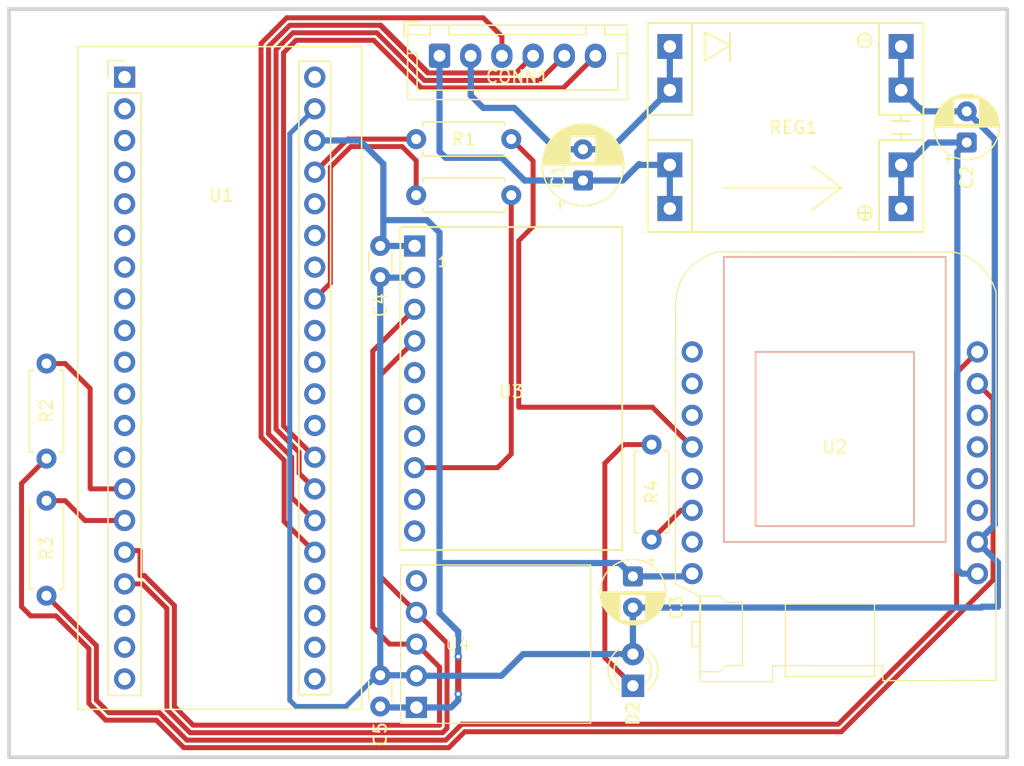
<source format=kicad_pcb>
(kicad_pcb (version 20241229) (generator "pcbnew") (generator_version "9.0")
  (layers (0 "F.Cu" signal) (2 "B.Cu" signal) (13 "F.Paste" user) (15 "B.Paste" user) (5 "F.SilkS" user "F.Silkscreen") (7 "B.SilkS" user "B.Silkscreen") (1 "F.Mask" user) (3 "B.Mask" user) (25 "Edge.Cuts" user))
  (net 0 "")
  (net 1 "Net-(CONN1-VIN)")
  (net 2 "Net-(CONN1-GND)")
  (net 3 "Net-(D2-A)")
  (net 4 "Net-(CONN1-Signal_2)")
  (net 5 "Net-(CONN1-Signal_3)")
  (net 6 "Net-(CONN1-Signal_4)")
  (net 7 "Net-(CONN1-Signal_1)")
  (net 8 "Net-(D2-K)")
  (net 9 "Net-(U2-D5)")
  (net 10 "Net-(U1-RST)")
  (net 11 "Net-(U2-Rx)")
  (net 12 "Net-(U1-PB6)")
  (net 13 "Net-(U2-Tx)")
  (net 14 "Net-(U1-PB7)")
  (net 15 "Net-(U2-D7)")
  (net 16 "Net-(U1-PB9)")
  (net 17 "Net-(U1-PB0)")
  (net 33 "Net-(U1-PB8)")
  (net 62 "Net-(U2-3.3V)")
  (net 63 "Net-(REG1-VOUT+)")
  (net 64 "Net-(U3-INT)")
  (footprint "MountingHole:MountingHole_3.2mm_M3" (layer "F.Cu") (at 110.899 135.4955)
    (property "Reference" "REF**" (hide yes))
    (property "Value" "MountingHole_3.2mm_M3" (hide yes))
    (pad "" np_thru_hole circle (at 0 0) (size 3.2 3.2) (drill 3.2) (layers "*.Cu" "*.Mask"))
  )
  (footprint "Connector_JST:JST_XH_B6B-XH-A_1x06_P2.50mm_Vertical" (layer "F.Cu") (at 142.649 81.9955)
    (property "Reference" "CONN1" (at 6.25 1.68 0) (layer "F.SilkS"))
    (property "Value" "JST 6 Pin")
    (pad "1" thru_hole roundrect (at 0 0) (size 1.7 1.95) (drill 0.95) (layers "*.Cu" "*.Mask") (roundrect_rratio 0.147059) (net 1 "Net-(CONN1-VIN)"))
    (pad "2" thru_hole oval (at 2.5 0) (size 1.7 1.95) (drill 0.95) (layers "*.Cu" "*.Mask") (net 2 "Net-(CONN1-GND)"))
    (pad "3" thru_hole oval (at 5 0) (size 1.7 1.95) (drill 0.95) (layers "*.Cu" "*.Mask") (net 7 "Net-(CONN1-Signal_1)"))
    (pad "4" thru_hole oval (at 7.5 0) (size 1.7 1.95) (drill 0.95) (layers "*.Cu" "*.Mask") (net 4 "Net-(CONN1-Signal_2)"))
    (pad "5" thru_hole oval (at 10 0) (size 1.7 1.95) (drill 0.95) (layers "*.Cu" "*.Mask") (net 5 "Net-(CONN1-Signal_3)"))
    (pad "6" thru_hole oval (at 12.5 0) (size 1.7 1.95) (drill 0.95) (layers "*.Cu" "*.Mask") (net 6 "Net-(CONN1-Signal_4)"))
  )
  (footprint "Capacitor_THT:C_Disc_D3.0mm_W1.6mm_P2.50mm" (layer "F.Cu") (at 137.899 97.2455 -90)
    (property "Reference" "C4" (at 4.75 0 90) (layer "F.SilkS"))
    (property "Value" "104 Ceramic")
    (pad "1" thru_hole circle (at 0 0 270) (size 1.6 1.6) (drill 0.8) (layers "*.Cu" "*.Mask") (net 62 "Net-(U2-3.3V)"))
    (pad "2" thru_hole circle (at 2.5 0 270) (size 1.6 1.6) (drill 0.8) (layers "*.Cu" "*.Mask") (net 3 "Net-(D2-A)"))
  )
  (footprint "Resistor_THT:R_Axial_DIN0207_L6.3mm_D2.5mm_P7.62mm_Horizontal" (layer "F.Cu") (at 159.649 113.1755 -90)
    (property "Reference" "R4" (at 3.81 0 90) (layer "F.SilkS"))
    (property "Value" "330R")
    (pad "1" thru_hole circle (at 0 0 270) (size 1.6 1.6) (drill 0.8) (layers "*.Cu" "*.Mask") (net 8 "Net-(D2-K)"))
    (pad "2" thru_hole circle (at 7.62 0 270) (size 1.6 1.6) (drill 0.8) (layers "*.Cu" "*.Mask") (net 15 "Net-(U2-D7)"))
  )
  (footprint "MountingHole:MountingHole_3.2mm_M3" (layer "F.Cu") (at 185.399 80.9955)
    (property "Reference" "REF**" (hide yes))
    (property "Value" "MountingHole_3.2mm_M3" (hide yes))
    (pad "" np_thru_hole circle (at 0 0) (size 3.2 3.2) (drill 3.2) (layers "*.Cu" "*.Mask"))
  )
  (footprint "Resistor_THT:R_Axial_DIN0207_L6.3mm_D2.5mm_P7.62mm_Horizontal" (layer "F.Cu") (at 148.399 88.6755 180)
    (property "Reference" "R1" (at 3.81 0 180) (layer "F.SilkS"))
    (property "Value" "1KR")
    (pad "1" thru_hole circle (at 0 0 180) (size 1.6 1.6) (drill 0.8) (layers "*.Cu" "*.Mask") (net 9 "Net-(U2-D5)"))
    (pad "2" thru_hole circle (at 7.62 0 180) (size 1.6 1.6) (drill 0.8) (layers "*.Cu" "*.Mask") (net 10 "Net-(U1-RST)"))
  )
  (footprint "Resistor_THT:R_Axial_DIN0207_L6.3mm_D2.5mm_P7.62mm_Horizontal" (layer "F.Cu") (at 111.149 106.6755 -90)
    (property "Reference" "R2" (at 3.81 0 270) (layer "F.SilkS"))
    (property "Value" "100R")
    (pad "1" thru_hole circle (at 0 0 270) (size 1.6 1.6) (drill 0.8) (layers "*.Cu" "*.Mask") (net 12 "Net-(U1-PB6)"))
    (pad "2" thru_hole circle (at 7.62 0 270) (size 1.6 1.6) (drill 0.8) (layers "*.Cu" "*.Mask") (net 11 "Net-(U2-Rx)"))
  )
  (footprint "MP1584:MP1584" (layer "F.Cu") (at 170.378 87.7455)
    (property "Reference" "REG1" (at 0.635 0 0) (layer "F.SilkS"))
    (property "Value" "MP1584")
    (pad "1" thru_hole rect (at -9.271 3) (size 2 2) (drill 1) (layers "*.Cu" "*.Mask") (net 1 "Net-(CONN1-VIN)"))
    (pad "1" thru_hole rect (at -9.271 6.5) (size 2 2) (drill 1) (layers "*.Cu" "*.Mask") (net 1 "Net-(CONN1-VIN)"))
    (pad "2" thru_hole rect (at -9.271 -6.5) (size 2 2) (drill 1) (layers "*.Cu" "*.Mask") (net 2 "Net-(CONN1-GND)"))
    (pad "2" thru_hole rect (at -9.271 -3) (size 2 2) (drill 1) (layers "*.Cu" "*.Mask") (net 2 "Net-(CONN1-GND)"))
    (pad "3" thru_hole rect (at 9.271 3) (size 2 2) (drill 1) (layers "*.Cu" "*.Mask") (net 63 "Net-(REG1-VOUT+)"))
    (pad "3" thru_hole rect (at 9.271 6.5) (size 2 2) (drill 1) (layers "*.Cu" "*.Mask") (net 63 "Net-(REG1-VOUT+)"))
    (pad "4" thru_hole rect (at 9.271 -6.5) (size 2 2) (drill 1) (layers "*.Cu" "*.Mask") (net 3 "Net-(D2-A)"))
    (pad "4" thru_hole rect (at 9.271 -3) (size 2 2) (drill 1) (layers "*.Cu" "*.Mask") (net 3 "Net-(D2-A)"))
  )
  (footprint "BMP180:BMP180_5Pin" (layer "F.Cu") (at 140.799 129.1755)
    (property "Reference" "U4" (at 3.302 0 0) (layer "F.SilkS") (effects (font (thickness 0.1))))
    (property "Value" "BMP180_5pin")
    (pad "1" thru_hole rect (at 0 5.08) (size 1.7 1.7) (drill 1) (layers "*.Cu" "*.Mask") (net 62 "Net-(U2-3.3V)"))
    (pad "2" thru_hole circle (at 0 2.54) (size 1.7 1.7) (drill 1) (layers "*.Cu" "*.Mask") (net 3 "Net-(D2-A)"))
    (pad "3" thru_hole circle (at 0 0) (size 1.7 1.7) (drill 1) (layers "*.Cu" "*.Mask") (net 33 "Net-(U1-PB8)"))
    (pad "4" thru_hole circle (at 0 -2.54) (size 1.7 1.7) (drill 1) (layers "*.Cu" "*.Mask") (net 16 "Net-(U1-PB9)"))
    (pad "5" thru_hole circle (at 0 -5.08) (size 1.7 1.7) (drill 1) (layers "*.Cu" "*.Mask"))
  )
  (footprint "Capacitor_THT:CP_Radial_D5.0mm_P2.50mm" (layer "F.Cu") (at 158.149 123.7455 -90)
    (property "Reference" "C3" (at 2.5 -3.5 90) (layer "F.SilkS"))
    (property "Value" "100uF 25V")
    (pad "1" thru_hole roundrect (at 0 0 270) (size 1.6 1.6) (drill 0.8) (layers "*.Cu" "*.Mask") (roundrect_rratio 0.15625) (net 62 "Net-(U2-3.3V)"))
    (pad "2" thru_hole circle (at 2.5 0 270) (size 1.6 1.6) (drill 0.8) (layers "*.Cu" "*.Mask") (net 3 "Net-(D2-A)"))
  )
  (footprint "MountingHole:MountingHole_3.2mm_M3" (layer "F.Cu") (at 110.899 80.9955)
    (property "Reference" "REF**" (hide yes))
    (property "Value" "MountingHole_3.2mm_M3" (hide yes))
    (pad "" np_thru_hole circle (at 0 0) (size 3.2 3.2) (drill 3.2) (layers "*.Cu" "*.Mask"))
  )
  (footprint "STM32_Footprints:YAAJ_BluePill_2" (layer "F.Cu") (at 117.409 83.7055)
    (property "Reference" "U1" (at 7.74 9.47 0) (layer "F.SilkS"))
    (property "Value" "STM32 Blue Pill" (hide yes))
    (pad "1" thru_hole rect (at 0 0) (size 1.7 1.7) (drill 1) (layers "*.Cu" "*.Mask"))
    (pad "2" thru_hole circle (at 0 2.54) (size 1.7 1.7) (drill 1) (layers "*.Cu" "*.Mask"))
    (pad "3" thru_hole circle (at 0 5.08) (size 1.7 1.7) (drill 1) (layers "*.Cu" "*.Mask"))
    (pad "4" thru_hole circle (at 0 7.62) (size 1.7 1.7) (drill 1) (layers "*.Cu" "*.Mask"))
    (pad "5" thru_hole circle (at 0 10.16) (size 1.7 1.7) (drill 1) (layers "*.Cu" "*.Mask"))
    (pad "6" thru_hole circle (at 0 12.7) (size 1.7 1.7) (drill 1) (layers "*.Cu" "*.Mask"))
    (pad "7" thru_hole circle (at 0 15.24) (size 1.7 1.7) (drill 1) (layers "*.Cu" "*.Mask"))
    (pad "8" thru_hole circle (at 0 17.78) (size 1.7 1.7) (drill 1) (layers "*.Cu" "*.Mask"))
    (pad "9" thru_hole circle (at 0 20.32) (size 1.7 1.7) (drill 1) (layers "*.Cu" "*.Mask"))
    (pad "10" thru_hole circle (at 0 22.86) (size 1.7 1.7) (drill 1) (layers "*.Cu" "*.Mask"))
    (pad "11" thru_hole circle (at 0 25.4) (size 1.7 1.7) (drill 1) (layers "*.Cu" "*.Mask"))
    (pad "12" thru_hole circle (at 0 27.94) (size 1.7 1.7) (drill 1) (layers "*.Cu" "*.Mask"))
    (pad "13" thru_hole circle (at 0 30.48) (size 1.7 1.7) (drill 1) (layers "*.Cu" "*.Mask"))
    (pad "14" thru_hole circle (at 0 33.02) (size 1.7 1.7) (drill 1) (layers "*.Cu" "*.Mask") (net 12 "Net-(U1-PB6)"))
    (pad "15" thru_hole circle (at 0 35.56) (size 1.7 1.7) (drill 1) (layers "*.Cu" "*.Mask") (net 14 "Net-(U1-PB7)"))
    (pad "16" thru_hole circle (at 0 38.1) (size 1.7 1.7) (drill 1) (layers "*.Cu" "*.Mask") (net 33 "Net-(U1-PB8)"))
    (pad "17" thru_hole circle (at 0 40.64) (size 1.7 1.7) (drill 1) (layers "*.Cu" "*.Mask") (net 16 "Net-(U1-PB9)"))
    (pad "18" thru_hole circle (at 0 43.18) (size 1.7 1.7) (drill 1) (layers "*.Cu" "*.Mask"))
    (pad "19" thru_hole circle (at 0 45.72) (size 1.7 1.7) (drill 1) (layers "*.Cu" "*.Mask"))
    (pad "20" thru_hole circle (at 0 48.26) (size 1.7 1.7) (drill 1) (layers "*.Cu" "*.Mask"))
    (pad "21" thru_hole circle (at 15.24 48.26) (size 1.7 1.7) (drill 1) (layers "*.Cu" "*.Mask"))
    (pad "22" thru_hole circle (at 15.24 45.72) (size 1.7 1.7) (drill 1) (layers "*.Cu" "*.Mask"))
    (pad "23" thru_hole circle (at 15.24 43.18) (size 1.7 1.7) (drill 1) (layers "*.Cu" "*.Mask"))
    (pad "24" thru_hole circle (at 15.24 40.64) (size 1.7 1.7) (drill 1) (layers "*.Cu" "*.Mask"))
    (pad "25" thru_hole circle (at 15.24 38.1) (size 1.7 1.7) (drill 1) (layers "*.Cu" "*.Mask") (net 7 "Net-(CONN1-Signal_1)"))
    (pad "26" thru_hole circle (at 15.24 35.56) (size 1.7 1.7) (drill 1) (layers "*.Cu" "*.Mask") (net 4 "Net-(CONN1-Signal_2)"))
    (pad "27" thru_hole circle (at 15.24 33.02) (size 1.7 1.7) (drill 1) (layers "*.Cu" "*.Mask") (net 5 "Net-(CONN1-Signal_3)"))
    (pad "28" thru_hole circle (at 15.24 30.48) (size 1.7 1.7) (drill 1) (layers "*.Cu" "*.Mask") (net 6 "Net-(CONN1-Signal_4)"))
    (pad "29" thru_hole circle (at 15.24 27.94) (size 1.7 1.7) (drill 1) (layers "*.Cu" "*.Mask"))
    (pad "30" thru_hole circle (at 15.24 25.4) (size 1.7 1.7) (drill 1) (layers "*.Cu" "*.Mask"))
    (pad "31" thru_hole circle (at 15.24 22.86) (size 1.7 1.7) (drill 1) (layers "*.Cu" "*.Mask"))
    (pad "32" thru_hole circle (at 15.24 20.32) (size 1.7 1.7) (drill 1) (layers "*.Cu" "*.Mask"))
    (pad "33" thru_hole circle (at 15.24 17.78) (size 1.7 1.7) (drill 1) (layers "*.Cu" "*.Mask") (net 17 "Net-(U1-PB0)"))
    (pad "34" thru_hole circle (at 15.24 15.24) (size 1.7 1.7) (drill 1) (layers "*.Cu" "*.Mask"))
    (pad "35" thru_hole circle (at 15.24 12.7) (size 1.7 1.7) (drill 1) (layers "*.Cu" "*.Mask"))
    (pad "36" thru_hole circle (at 15.24 10.16) (size 1.7 1.7) (drill 1) (layers "*.Cu" "*.Mask"))
    (pad "37" thru_hole circle (at 15.24 7.62) (size 1.7 1.7) (drill 1) (layers "*.Cu" "*.Mask") (net 10 "Net-(U1-RST)"))
    (pad "38" thru_hole circle (at 15.24 5.08) (size 1.7 1.7) (drill 1) (layers "*.Cu" "*.Mask") (net 62 "Net-(U2-3.3V)"))
    (pad "39" thru_hole circle (at 15.24 2.54) (size 1.7 1.7) (drill 1) (layers "*.Cu" "*.Mask") (net 3 "Net-(D2-A)"))
    (pad "40" thru_hole circle (at 15.24 0) (size 1.7 1.7) (drill 1) (layers "*.Cu" "*.Mask"))
  )
  (footprint "Capacitor_THT:CP_Radial_D5.0mm_P2.50mm" (layer "F.Cu") (at 184.899 88.950613 90)
    (property "Reference" "C2" (at -2.794887 0 90) (layer "F.SilkS"))
    (property "Value" "470uF 16V")
    (pad "1" thru_hole roundrect (at 0 0 90) (size 1.6 1.6) (drill 0.8) (layers "*.Cu" "*.Mask") (roundrect_rratio 0.15625) (net 63 "Net-(REG1-VOUT+)"))
    (pad "2" thru_hole circle (at 2.5 0 90) (size 1.6 1.6) (drill 0.8) (layers "*.Cu" "*.Mask") (net 3 "Net-(D2-A)"))
  )
  (footprint "Capacitor_THT:CP_Radial_D6.3mm_P2.50mm" (layer "F.Cu") (at 154.149 91.9955 90)
    (property "Reference" "C1" (at 0.32 -2 90) (layer "F.SilkS"))
    (property "Value" "220 uF 35V")
    (pad "1" thru_hole roundrect (at 0 0 90) (size 1.6 1.6) (drill 0.8) (layers "*.Cu" "*.Mask") (roundrect_rratio 0.15625) (net 1 "Net-(CONN1-VIN)"))
    (pad "2" thru_hole circle (at 2.5 0 90) (size 1.6 1.6) (drill 0.8) (layers "*.Cu" "*.Mask") (net 2 "Net-(CONN1-GND)"))
  )
  (footprint "Resistor_THT:R_Axial_DIN0207_L6.3mm_D2.5mm_P7.62mm_Horizontal" (layer "F.Cu") (at 111.149 117.6755 -90)
    (property "Reference" "R3" (at 3.81 0 270) (layer "F.SilkS"))
    (property "Value" "100R")
    (pad "1" thru_hole circle (at 0 0 270) (size 1.6 1.6) (drill 0.8) (layers "*.Cu" "*.Mask") (net 14 "Net-(U1-PB7)"))
    (pad "2" thru_hole circle (at 7.62 0 270) (size 1.6 1.6) (drill 0.8) (layers "*.Cu" "*.Mask") (net 13 "Net-(U2-Tx)"))
  )
  (footprint "LED_THT:LED_D3.0mm" (layer "F.Cu") (at 158.149 132.5155 90)
    (property "Reference" "D2" (at -2.23 0 90) (layer "F.SilkS"))
    (property "Value" "3MM RED LED")
    (pad "1" thru_hole rect (at 0 0 90) (size 1.8 1.8) (drill 0.9) (layers "*.Cu" "*.Mask") (net 8 "Net-(D2-K)"))
    (pad "2" thru_hole circle (at 2.54 0 90) (size 1.8 1.8) (drill 0.9) (layers "*.Cu" "*.Mask") (net 3 "Net-(D2-A)"))
  )
  (footprint "Wemos_D1_Mini:D1_mini_board" (layer "F.Cu") (at 174.329 113.3655)
    (property "Reference" "U2" (at 0 0 0) (layer "F.SilkS"))
    (property "Value" "Wemos D1 Mini")
    (pad "1" thru_hole circle (at 11.43 10.16) (size 1.7 1.7) (drill 1) (layers "*.Cu" "*.Mask") (net 63 "Net-(REG1-VOUT+)"))
    (pad "2" thru_hole circle (at 11.43 7.62) (size 1.7 1.7) (drill 1) (layers "*.Cu" "*.Mask") (net 3 "Net-(D2-A)"))
    (pad "3" thru_hole circle (at 11.43 5.08) (size 1.7 1.7) (drill 1) (layers "*.Cu" "*.Mask"))
    (pad "4" thru_hole circle (at 11.43 2.54) (size 1.7 1.7) (drill 1) (layers "*.Cu" "*.Mask"))
    (pad "5" thru_hole circle (at 11.43 0) (size 1.7 1.7) (drill 1) (layers "*.Cu" "*.Mask"))
    (pad "6" thru_hole circle (at 11.43 -2.54) (size 1.7 1.7) (drill 1) (layers "*.Cu" "*.Mask"))
    (pad "7" thru_hole circle (at 11.43 -5.08) (size 1.7 1.7) (drill 1) (layers "*.Cu" "*.Mask") (net 11 "Net-(U2-Rx)"))
    (pad "8" thru_hole circle (at 11.43 -7.62) (size 1.7 1.7) (drill 1) (layers "*.Cu" "*.Mask") (net 13 "Net-(U2-Tx)"))
    (pad "9" thru_hole circle (at -11.43 -7.62) (size 1.7 1.7) (drill 1) (layers "*.Cu" "*.Mask"))
    (pad "10" thru_hole circle (at -11.43 -5.08) (size 1.7 1.7) (drill 1) (layers "*.Cu" "*.Mask"))
    (pad "11" thru_hole circle (at -11.43 -2.54) (size 1.7 1.7) (drill 1) (layers "*.Cu" "*.Mask"))
    (pad "12" thru_hole circle (at -11.43 0) (size 1.7 1.7) (drill 1) (layers "*.Cu" "*.Mask") (net 9 "Net-(U2-D5)"))
    (pad "13" thru_hole circle (at -11.43 2.54) (size 1.7 1.7) (drill 1) (layers "*.Cu" "*.Mask"))
    (pad "14" thru_hole circle (at -11.43 5.08) (size 1.7 1.7) (drill 1) (layers "*.Cu" "*.Mask") (net 15 "Net-(U2-D7)"))
    (pad "15" thru_hole circle (at -11.43 7.62) (size 1.7 1.7) (drill 1) (layers "*.Cu" "*.Mask"))
    (pad "16" thru_hole circle (at -11.43 10.16) (size 1.7 1.7) (drill 1) (layers "*.Cu" "*.Mask") (net 62 "Net-(U2-3.3V)"))
  )
  (footprint "Resistor_THT:R_Axial_DIN0207_L6.3mm_D2.5mm_P7.62mm_Horizontal" (layer "F.Cu") (at 148.399 93.1755 180)
    (property "Reference" "R5" (hide yes))
    (property "Value" "100R")
    (pad "1" thru_hole circle (at 0 0 180) (size 1.6 1.6) (drill 0.8) (layers "*.Cu" "*.Mask") (net 64 "Net-(U3-INT)"))
    (pad "2" thru_hole circle (at 7.62 0 180) (size 1.6 1.6) (drill 0.8) (layers "*.Cu" "*.Mask") (net 17 "Net-(U1-PB0)"))
  )
  (footprint "Capacitor_THT:C_Disc_D3.0mm_W1.6mm_P2.50mm" (layer "F.Cu") (at 137.899 131.6755 -90)
    (property "Reference" "C5" (at 4.75 0 90) (layer "F.SilkS"))
    (property "Value" "104 Ceramic")
    (pad "1" thru_hole circle (at 0 0 270) (size 1.6 1.6) (drill 0.8) (layers "*.Cu" "*.Mask") (net 3 "Net-(D2-A)"))
    (pad "2" thru_hole circle (at 2.5 0 270) (size 1.6 1.6) (drill 0.8) (layers "*.Cu" "*.Mask") (net 62 "Net-(U2-3.3V)"))
  )
  (footprint "GY6500:GY6500" (layer "F.Cu") (at 148.399 108.6755)
    (property "Reference" "U3" (at 0 0.254 0) (layer "F.SilkS"))
    (property "Value" "GY-6500")
    (fp_text user "1" (at -5.5 -10.16 0) (layer "F.SilkS") (effects (font (size 0.8 0.8))))
    (pad "1" thru_hole rect (at -7.75 -11.43) (size 1.7 1.7) (drill 1) (layers "*.Cu" "*.Mask") (net 62 "Net-(U2-3.3V)"))
    (pad "2" thru_hole circle (at -7.75 -8.89) (size 1.7 1.7) (drill 1) (layers "*.Cu" "*.Mask") (net 3 "Net-(D2-A)"))
    (pad "3" thru_hole circle (at -7.75 -6.35) (size 1.7 1.7) (drill 1) (layers "*.Cu" "*.Mask") (net 33 "Net-(U1-PB8)"))
    (pad "4" thru_hole circle (at -7.75 -3.81) (size 1.7 1.7) (drill 1) (layers "*.Cu" "*.Mask") (net 16 "Net-(U1-PB9)"))
    (pad "5" thru_hole circle (at -7.75 -1.27) (size 1.7 1.7) (drill 1) (layers "*.Cu" "*.Mask"))
    (pad "6" thru_hole circle (at -7.75 1.27) (size 1.7 1.7) (drill 1) (layers "*.Cu" "*.Mask"))
    (pad "7" thru_hole circle (at -7.75 3.81) (size 1.7 1.7) (drill 1) (layers "*.Cu" "*.Mask"))
    (pad "8" thru_hole circle (at -7.75 6.35) (size 1.7 1.7) (drill 1) (layers "*.Cu" "*.Mask") (net 64 "Net-(U3-INT)"))
    (pad "9" thru_hole circle (at -7.75 8.89) (size 1.7 1.7) (drill 1) (layers "*.Cu" "*.Mask"))
    (pad "10" thru_hole circle (at -7.75 11.43) (size 1.7 1.7) (drill 1) (layers "*.Cu" "*.Mask"))
  )
  (footprint "MountingHole:MountingHole_3.2mm_M3" (layer "F.Cu") (at 185.399 135.4955)
    (property "Reference" "REF**" (hide yes))
    (property "Value" "MountingHole_3.2mm_M3" (hide yes))
    (pad "" np_thru_hole circle (at 0 0) (size 3.2 3.2) (drill 3.2) (layers "*.Cu" "*.Mask"))
  )
  (gr_rect (start 108.149 78.2455) (end 188.149 138.2455) (stroke (width 0.3)) (fill no) (layer "Edge.Cuts"))
  (segment (start 142.649 81.9955) (end 142.95605 81.9955) (width 0.2) (layer "F.Cu") (net 1))
  (segment (start 142.649 89.6755) (end 143.149 90.1755) (width 0.5) (layer "B.Cu") (net 1))
  (segment (start 149.469 91.9955) (end 154.149 91.9955) (width 0.5) (layer "B.Cu") (net 1))
  (segment (start 154.149 91.9955) (end 157.329 91.9955) (width 0.5) (layer "B.Cu") (net 1))
  (segment (start 147.649 90.1755) (end 149.469 91.9955) (width 0.5) (layer "B.Cu") (net 1))
  (segment (start 161.107 94.2455) (end 161.107 90.7455) (width 0.5) (layer "B.Cu") (net 1))
  (segment (start 143.149 90.1755) (end 147.649 90.1755) (width 0.5) (layer "B.Cu") (net 1))
  (segment (start 158.649 90.6755) (end 158.719 90.7455) (width 0.5) (layer "B.Cu") (net 1))
  (segment (start 158.719 90.7455) (end 161.107 90.7455) (width 0.5) (layer "B.Cu") (net 1))
  (segment (start 142.649 81.9955) (end 142.649 89.6755) (width 0.5) (layer "B.Cu") (net 1))
  (segment (start 157.329 91.9955) (end 158.649 90.6755) (width 0.5) (layer "B.Cu") (net 1))
  (segment (start 148.649 86.1755) (end 151.969 89.4955) (width 0.5) (layer "B.Cu") (net 2))
  (segment (start 145.149 81.9955) (end 145.149 85.1755) (width 0.5) (layer "B.Cu") (net 2))
  (segment (start 145.149 85.1755) (end 146.149 86.1755) (width 0.5) (layer "B.Cu") (net 2))
  (segment (start 154.149 89.4955) (end 156.357 89.4955) (width 0.5) (layer "B.Cu") (net 2))
  (segment (start 151.969 89.4955) (end 154.149 89.4955) (width 0.5) (layer "B.Cu") (net 2))
  (segment (start 161.037 81.1755) (end 161.107 81.2455) (width 0.5) (layer "B.Cu") (net 2))
  (segment (start 146.149 86.1755) (end 148.649 86.1755) (width 0.5) (layer "B.Cu") (net 2))
  (segment (start 156.357 89.4955) (end 161.107 84.7455) (width 0.5) (layer "B.Cu") (net 2))
  (segment (start 161.107 81.2455) (end 161.107 84.7455) (width 0.5) (layer "B.Cu") (net 2))
  (segment (start 185.949 121.1755) (end 185.759 120.9855) (width 0.2) (layer "F.Cu") (net 3))
  (segment (start 137.899 99.7455) (end 137.899 131.6755) (width 0.5) (layer "B.Cu") (net 3))
  (segment (start 185.759 120.9855) (end 187.398 122.6245) (width 0.5) (layer "B.Cu") (net 3))
  (segment (start 130.649 88.2455) (end 132.649 86.2455) (width 0.4) (layer "B.Cu") (net 3))
  (segment (start 140.649 99.7855) (end 137.939 99.7855) (width 0.5) (layer "B.Cu") (net 3))
  (segment (start 181.079 86.1755) (end 181.149 86.1755) (width 0.5) (layer "B.Cu") (net 3))
  (segment (start 186.149 126.1755) (end 186.079 126.2455) (width 0.5) (layer "B.Cu") (net 3))
  (segment (start 187.149 88.700613) (end 187.149 119.5955) (width 0.5) (layer "B.Cu") (net 3))
  (segment (start 181.149 86.1755) (end 181.424113 86.450613) (width 0.5) (layer "B.Cu") (net 3))
  (segment (start 140.759 131.6755) (end 140.799 131.7155) (width 0.5) (layer "B.Cu") (net 3))
  (segment (start 147.609 131.7155) (end 140.799 131.7155) (width 0.5) (layer "B.Cu") (net 3))
  (segment (start 181.424113 86.450613) (end 184.899 86.450613) (width 0.5) (layer "B.Cu") (net 3))
  (segment (start 137.899 131.6755) (end 137.649 131.6755) (width 0.4) (layer "B.Cu") (net 3))
  (segment (start 149.349 129.9755) (end 147.609 131.7155) (width 0.5) (layer "B.Cu") (net 3))
  (segment (start 137.939 99.7855) (end 137.899 99.7455) (width 0.5) (layer "B.Cu") (net 3))
  (segment (start 184.899 86.450613) (end 187.149 88.700613) (width 0.5) (layer "B.Cu") (net 3))
  (segment (start 186.079 126.2455) (end 158.149 126.2455) (width 0.5) (layer "B.Cu") (net 3))
  (segment (start 138.149 131.6755) (end 140.759 131.6755) (width 0.5) (layer "B.Cu") (net 3))
  (segment (start 158.149 126.2455) (end 158.149 129.9755) (width 0.5) (layer "B.Cu") (net 3))
  (segment (start 179.649 81.2455) (end 179.649 84.7455) (width 0.5) (layer "B.Cu") (net 3))
  (segment (start 137.649 131.6755) (end 135.149 134.1755) (width 0.4) (layer "B.Cu") (net 3))
  (segment (start 131.149 134.1755) (end 130.649 133.6755) (width 0.4) (layer "B.Cu") (net 3))
  (segment (start 130.649 133.6755) (end 130.649 88.2455) (width 0.4) (layer "B.Cu") (net 3))
  (segment (start 179.649 84.7455) (end 181.079 86.1755) (width 0.5) (layer "B.Cu") (net 3))
  (segment (start 158.149 129.9755) (end 149.349 129.9755) (width 0.5) (layer "B.Cu") (net 3))
  (segment (start 187.398 122.6245) (end 187.398 126.1755) (width 0.5) (layer "B.Cu") (net 3))
  (segment (start 187.398 126.1755) (end 186.149 126.1755) (width 0.5) (layer "B.Cu") (net 3))
  (segment (start 187.149 119.5955) (end 185.759 120.9855) (width 0.5) (layer "B.Cu") (net 3))
  (segment (start 135.149 134.1755) (end 131.149 134.1755) (width 0.4) (layer "B.Cu") (net 3))
  (segment (start 128.947 81.251616) (end 128.947 112.3255) (width 0.4) (layer "F.Cu") (net 4))
  (segment (start 141.77242 83.3715) (end 141.694942 83.3715) (width 0.4) (layer "F.Cu") (net 4))
  (segment (start 141.694942 83.3715) (end 137.870942 79.5475) (width 0.4) (layer "F.Cu") (net 4))
  (segment (start 130.651116 79.5475) (end 128.947 81.251616) (width 0.4) (layer "F.Cu") (net 4))
  (segment (start 130.797 117.4135) (end 132.649 119.2655) (width 0.4) (layer "F.Cu") (net 4))
  (segment (start 141.77242 83.3715) (end 137.94842 79.5475) (width 0.4) (layer "F.Cu") (net 4))
  (segment (start 137.870942 79.5475) (end 130.651116 79.5475) (width 0.4) (layer "F.Cu") (net 4))
  (segment (start 150.149 81.9955) (end 148.773 83.3715) (width 0.4) (layer "F.Cu") (net 4))
  (segment (start 128.947 112.3255) (end 130.797 114.1755) (width 0.4) (layer "F.Cu") (net 4))
  (segment (start 130.797 114.1755) (end 130.797 117.4135) (width 0.4) (layer "F.Cu") (net 4))
  (segment (start 148.773 83.3715) (end 141.77242 83.3715) (width 0.4) (layer "F.Cu") (net 4))
  (segment (start 130.900058 80.1485) (end 129.548 81.500558) (width 0.4) (layer "F.Cu") (net 5))
  (segment (start 131.398 113.784442) (end 131.398 115.4745) (width 0.4) (layer "F.Cu") (net 5))
  (segment (start 129.548 81.500558) (end 129.548 111.934442) (width 0.4) (layer "F.Cu") (net 5))
  (segment (start 150.672 83.9725) (end 141.446 83.9725) (width 0.4) (layer "F.Cu") (net 5))
  (segment (start 152.649 81.9955) (end 150.672 83.9725) (width 0.4) (layer "F.Cu") (net 5))
  (segment (start 131.398 115.4745) (end 132.649 116.7255) (width 0.4) (layer "F.Cu") (net 5))
  (segment (start 129.548 111.934442) (end 131.398 113.784442) (width 0.4) (layer "F.Cu") (net 5))
  (segment (start 137.622 80.1485) (end 130.900058 80.1485) (width 0.4) (layer "F.Cu") (net 5))
  (segment (start 141.446 83.9725) (end 137.622 80.1485) (width 0.4) (layer "F.Cu") (net 5))
  (segment (start 130.149 111.6855) (end 132.649 114.1855) (width 0.4) (layer "F.Cu") (net 6))
  (segment (start 131.149 80.7495) (end 130.149 81.7495) (width 0.4) (layer "F.Cu") (net 6))
  (segment (start 152.571 84.5735) (end 141.197058 84.5735) (width 0.4) (layer "F.Cu") (net 6))
  (segment (start 155.149 81.9955) (end 152.571 84.5735) (width 0.4) (layer "F.Cu") (net 6))
  (segment (start 137.373058 80.7495) (end 131.149 80.7495) (width 0.4) (layer "F.Cu") (net 6))
  (segment (start 130.149 81.7495) (end 130.149 111.6855) (width 0.4) (layer "F.Cu") (net 6))
  (segment (start 141.197058 84.5735) (end 137.373058 80.7495) (width 0.4) (layer "F.Cu") (net 6))
  (segment (start 147.649 80.4465) (end 146.149 78.9465) (width 0.4) (layer "F.Cu") (net 7))
  (segment (start 128.346 81.002674) (end 128.346 112.574442) (width 0.4) (layer "F.Cu") (net 7))
  (segment (start 146.149 78.9465) (end 130.402174 78.9465) (width 0.4) (layer "F.Cu") (net 7))
  (segment (start 128.346 112.574442) (end 130.196 114.424442) (width 0.4) (layer "F.Cu") (net 7))
  (segment (start 147.649 81.9955) (end 147.649 80.4465) (width 0.4) (layer "F.Cu") (net 7))
  (segment (start 130.196 114.424442) (end 130.196 119.3525) (width 0.4) (layer "F.Cu") (net 7))
  (segment (start 130.196 119.3525) (end 132.649 121.8055) (width 0.4) (layer "F.Cu") (net 7))
  (segment (start 130.402174 78.9465) (end 128.346 81.002674) (width 0.4) (layer "F.Cu") (net 7))
  (segment (start 159.649 113.1755) (end 157.399 113.1755) (width 0.4) (layer "F.Cu") (net 8))
  (segment (start 155.899 130.2655) (end 158.149 132.5155) (width 0.4) (layer "F.Cu") (net 8))
  (segment (start 157.399 113.1755) (end 155.899 114.6755) (width 0.4) (layer "F.Cu") (net 8))
  (segment (start 155.899 114.6755) (end 155.899 130.2655) (width 0.4) (layer "F.Cu") (net 8))
  (segment (start 148.399 88.6755) (end 150.149 90.4255) (width 0.4) (layer "F.Cu") (net 9))
  (segment (start 150.149 95.6755) (end 149 96.8245) (width 0.4) (layer "F.Cu") (net 9))
  (segment (start 149 110.1755) (end 159.709 110.1755) (width 0.4) (layer "F.Cu") (net 9))
  (segment (start 159.709 110.1755) (end 162.899 113.3655) (width 0.4) (layer "F.Cu") (net 9))
  (segment (start 149 96.8245) (end 149 110.1755) (width 0.4) (layer "F.Cu") (net 9))
  (segment (start 150.149 90.4255) (end 150.149 95.6755) (width 0.4) (layer "F.Cu") (net 9))
  (segment (start 135.299 88.6755) (end 132.649 91.3255) (width 0.4) (layer "F.Cu") (net 10))
  (segment (start 140.779 88.6755) (end 135.299 88.6755) (width 0.4) (layer "F.Cu") (net 10))
  (segment (start 187.01 109.5365) (end 185.759 108.2855) (width 0.4) (layer "F.Cu") (net 11))
  (segment (start 115.900058 135.2765) (end 119.950174 135.2765) (width 0.4) (layer "F.Cu") (net 11))
  (segment (start 114.548 129.544442) (end 114.548 133.924442) (width 0.4) (layer "F.Cu") (net 11))
  (segment (start 111.914029 126.910471) (end 114.548 129.544442) (width 0.4) (layer "F.Cu") (net 11))
  (segment (start 109.149 116.2955) (end 109.149 126.1755) (width 0.4) (layer "F.Cu") (net 11))
  (segment (start 144.673913 136.200413) (end 174.853269 136.200413) (width 0.4) (layer "F.Cu") (net 11))
  (segment (start 111.149 114.2955) (end 109.149 116.2955) (width 0.4) (layer "F.Cu") (net 11))
  (segment (start 143.395826 137.4785) (end 144.673913 136.200413) (width 0.4) (layer "F.Cu") (net 11))
  (segment (start 114.548 133.924442) (end 115.900058 135.2765) (width 0.4) (layer "F.Cu") (net 11))
  (segment (start 187.01 124.043682) (end 187.01 109.5365) (width 0.4) (layer "F.Cu") (net 11))
  (segment (start 119.950174 135.2765) (end 122.152174 137.4785) (width 0.4) (layer "F.Cu") (net 11))
  (segment (start 174.853269 136.200413) (end 187.01 124.043682) (width 0.4) (layer "F.Cu") (net 11))
  (segment (start 122.152174 137.4785) (end 143.395826 137.4785) (width 0.4) (layer "F.Cu") (net 11))
  (segment (start 109.149 126.1755) (end 109.883971 126.910471) (width 0.4) (layer "F.Cu") (net 11))
  (segment (start 109.883971 126.910471) (end 111.914029 126.910471) (width 0.4) (layer "F.Cu") (net 11))
  (segment (start 114.649 108.6755) (end 114.649 116.6755) (width 0.4) (layer "F.Cu") (net 12))
  (segment (start 111.149 106.6755) (end 112.649 106.6755) (width 0.4) (layer "F.Cu") (net 12))
  (segment (start 112.649 106.6755) (end 114.649 108.6755) (width 0.4) (layer "F.Cu") (net 12))
  (segment (start 114.699 116.7255) (end 117.409 116.7255) (width 0.4) (layer "F.Cu") (net 12))
  (segment (start 114.649 116.6755) (end 114.699 116.7255) (width 0.4) (layer "F.Cu") (net 12))
  (segment (start 184.08862 126.11512) (end 184.08862 107.41588) (width 0.4) (layer "F.Cu") (net 13))
  (segment (start 111.149 125.2955) (end 115.149 129.2955) (width 0.4) (layer "F.Cu") (net 13))
  (segment (start 120.199116 134.6755) (end 122.401116 136.8775) (width 0.4) (layer "F.Cu") (net 13))
  (segment (start 143.146884 136.8775) (end 144.424971 135.599413) (width 0.4) (layer "F.Cu") (net 13))
  (segment (start 115.149 129.2955) (end 115.149 133.6755) (width 0.4) (layer "F.Cu") (net 13))
  (segment (start 115.149 133.6755) (end 116.149 134.6755) (width 0.4) (layer "F.Cu") (net 13))
  (segment (start 144.424971 135.599413) (end 174.604327 135.599413) (width 0.4) (layer "F.Cu") (net 13))
  (segment (start 122.401116 136.8775) (end 143.146884 136.8775) (width 0.4) (layer "F.Cu") (net 13))
  (segment (start 116.149 134.6755) (end 120.199116 134.6755) (width 0.4) (layer "F.Cu") (net 13))
  (segment (start 184.08862 107.41588) (end 185.759 105.7455) (width 0.4) (layer "F.Cu") (net 13))
  (segment (start 174.604327 135.599413) (end 184.08862 126.11512) (width 0.4) (layer "F.Cu") (net 13))
  (segment (start 112.649 117.6755) (end 114.239 119.2655) (width 0.4) (layer "F.Cu") (net 14))
  (segment (start 114.239 119.2655) (end 117.409 119.2655) (width 0.4) (layer "F.Cu") (net 14))
  (segment (start 111.149 117.6755) (end 112.649 117.6755) (width 0.4) (layer "F.Cu") (net 14))
  (segment (start 161.999 118.4455) (end 162.899 118.4455) (width 0.4) (layer "F.Cu") (net 15))
  (segment (start 159.649 120.7955) (end 161.999 118.4455) (width 0.4) (layer "F.Cu") (net 15))
  (segment (start 137.899 107.6155) (end 137.899 123.7355) (width 0.4) (layer "F.Cu") (net 16))
  (segment (start 137.899 123.7355) (end 140.799 126.6355) (width 0.4) (layer "F.Cu") (net 16))
  (segment (start 120.798 126.3245) (end 118.819 124.3455) (width 0.4) (layer "F.Cu") (net 16))
  (segment (start 142.897942 136.2765) (end 122.650058 136.2765) (width 0.4) (layer "F.Cu") (net 16))
  (segment (start 140.799 126.6355) (end 143.25 129.0865) (width 0.4) (layer "F.Cu") (net 16))
  (segment (start 118.819 124.3455) (end 117.409 124.3455) (width 0.4) (layer "F.Cu") (net 16))
  (segment (start 140.649 104.8655) (end 137.899 107.6155) (width 0.4) (layer "F.Cu") (net 16))
  (segment (start 143.25 129.0865) (end 143.25 135.924442) (width 0.4) (layer "F.Cu") (net 16))
  (segment (start 122.650058 136.2765) (end 120.798 134.424442) (width 0.4) (layer "F.Cu") (net 16))
  (segment (start 120.798 134.424442) (end 120.798 126.3245) (width 0.4) (layer "F.Cu") (net 16))
  (segment (start 143.25 135.924442) (end 142.897942 136.2765) (width 0.4) (layer "F.Cu") (net 16))
  (segment (start 133.9 90.924442) (end 133.9 100.2345) (width 0.4) (layer "F.Cu") (net 17))
  (segment (start 140.779 90.4065) (end 139.649 89.2765) (width 0.4) (layer "F.Cu") (net 17))
  (segment (start 140.779 93.1755) (end 140.779 90.4065) (width 0.4) (layer "F.Cu") (net 17))
  (segment (start 133.9 100.2345) (end 132.649 101.4855) (width 0.4) (layer "F.Cu") (net 17))
  (segment (start 135.547942 89.2765) (end 133.9 90.924442) (width 0.4) (layer "F.Cu") (net 17))
  (segment (start 139.649 89.2765) (end 135.547942 89.2765) (width 0.4) (layer "F.Cu") (net 17))
  (segment (start 142.649 131.0255) (end 142.649 135.6755) (width 0.4) (layer "F.Cu") (net 33))
  (segment (start 118.998942 123.6755) (end 118.649 123.6755) (width 0.4) (layer "F.Cu") (net 33))
  (segment (start 137.298 127.8245) (end 138.649 129.1755) (width 0.4) (layer "F.Cu") (net 33))
  (segment (start 142.649 135.6755) (end 122.899 135.6755) (width 0.4) (layer "F.Cu") (net 33))
  (segment (start 118.649 123.6755) (end 118.649 121.6755) (width 0.4) (layer "F.Cu") (net 33))
  (segment (start 138.649 129.1755) (end 140.799 129.1755) (width 0.4) (layer "F.Cu") (net 33))
  (segment (start 121.399 134.1755) (end 121.399 126.075558) (width 0.4) (layer "F.Cu") (net 33))
  (segment (start 137.298 105.6765) (end 137.298 127.8245) (width 0.4) (layer "F.Cu") (net 33))
  (segment (start 118.649 121.6755) (end 117.539 121.6755) (width 0.4) (layer "F.Cu") (net 33))
  (segment (start 117.539 121.6755) (end 117.409 121.8055) (width 0.4) (layer "F.Cu") (net 33))
  (segment (start 140.649 102.3255) (end 137.298 105.6765) (width 0.4) (layer "F.Cu") (net 33))
  (segment (start 140.799 129.1755) (end 142.649 131.0255) (width 0.4) (layer "F.Cu") (net 33))
  (segment (start 122.899 135.6755) (end 121.399 134.1755) (width 0.4) (layer "F.Cu") (net 33))
  (segment (start 117.779 121.8055) (end 117.409 121.8055) (width 0.4) (layer "F.Cu") (net 33))
  (segment (start 121.399 126.075558) (end 118.998942 123.6755) (width 0.4) (layer "F.Cu") (net 33))
  (segment (start 144.149 133.1755) (end 144.149 130.1755) (width 0.5) (layer "F.Cu") (net 62))
  (via (at 144.149 130.1755) (size 0.6) (drill 0.3) (layers "F.Cu" "B.Cu") (net 62))
  (via (at 144.149 133.1755) (size 0.6) (drill 0.3) (layers "F.Cu" "B.Cu") (net 62))
  (segment (start 142.649 126.6755) (end 142.649 122.6755) (width 0.5) (layer "B.Cu") (net 62))
  (segment (start 138.149 90.6755) (end 136.259 88.7855) (width 0.5) (layer "B.Cu") (net 62))
  (segment (start 136.259 88.7855) (end 132.649 88.7855) (width 0.5) (layer "B.Cu") (net 62))
  (segment (start 162.679 123.7455) (end 162.899 123.5255) (width 0.5) (layer "B.Cu") (net 62))
  (segment (start 141.649 95.1755) (end 138.149 95.1755) (width 0.5) (layer "B.Cu") (net 62))
  (segment (start 138.149 95.1755) (end 138.149 96.9955) (width 0.5) (layer "B.Cu") (net 62))
  (segment (start 140.799 134.2555) (end 138.229 134.2555) (width 0.5) (layer "B.Cu") (net 62))
  (segment (start 144.149 130.1755) (end 144.149 128.1755) (width 0.5) (layer "B.Cu") (net 62))
  (segment (start 144.149 133.6755) (end 144.149 133.1755) (width 0.5) (layer "B.Cu") (net 62))
  (segment (start 157.079 122.6755) (end 142.649 122.6755) (width 0.5) (layer "B.Cu") (net 62))
  (segment (start 142.649 96.1755) (end 141.649 95.1755) (width 0.5) (layer "B.Cu") (net 62))
  (segment (start 138.229 134.2555) (end 138.149 134.1755) (width 0.5) (layer "B.Cu") (net 62))
  (segment (start 137.899 97.2455) (end 140.649 97.2455) (width 0.5) (layer "B.Cu") (net 62))
  (segment (start 140.799 134.2555) (end 143.569 134.2555) (width 0.5) (layer "B.Cu") (net 62))
  (segment (start 142.649 120.1755) (end 142.649 96.1755) (width 0.5) (layer "B.Cu") (net 62))
  (segment (start 138.149 95.1755) (end 138.149 90.6755) (width 0.5) (layer "B.Cu") (net 62))
  (segment (start 158.149 123.7455) (end 162.679 123.7455) (width 0.5) (layer "B.Cu") (net 62))
  (segment (start 142.649 122.6755) (end 142.649 120.1755) (width 0.5) (layer "B.Cu") (net 62))
  (segment (start 144.149 128.1755) (end 142.649 126.6755) (width 0.5) (layer "B.Cu") (net 62))
  (segment (start 158.149 123.7455) (end 157.079 122.6755) (width 0.5) (layer "B.Cu") (net 62))
  (segment (start 138.149 96.9955) (end 137.899 97.2455) (width 0.5) (layer "B.Cu") (net 62))
  (segment (start 143.569 134.2555) (end 144.149 133.6755) (width 0.5) (layer "B.Cu") (net 62))
  (segment (start 179.649 90.7455) (end 179.649 90.1755) (width 0.2) (layer "F.Cu") (net 63))
  (segment (start 184.899 88.950613) (end 184.873887 88.950613) (width 0.2) (layer "F.Cu") (net 63))
  (segment (start 184.499 123.5255) (end 185.759 123.5255) (width 0.5) (layer "B.Cu") (net 63))
  (segment (start 179.649 90.7455) (end 180.079 90.7455) (width 0.5) (layer "B.Cu") (net 63))
  (segment (start 181.873887 88.950613) (end 184.899 88.950613) (width 0.5) (layer "B.Cu") (net 63))
  (segment (start 179.649 94.2455) (end 179.649 90.7455) (width 0.5) (layer "B.Cu") (net 63))
  (segment (start 184.899 88.950613) (end 184.149 89.700613) (width 0.5) (layer "B.Cu") (net 63))
  (segment (start 184.149 89.700613) (end 184.149 123.1755) (width 0.5) (layer "B.Cu") (net 63))
  (segment (start 180.079 90.7455) (end 181.873887 88.950613) (width 0.5) (layer "B.Cu") (net 63))
  (segment (start 184.149 123.1755) (end 184.499 123.5255) (width 0.5) (layer "B.Cu") (net 63))
  (segment (start 148.399 93.1755) (end 148.399 113.9255) (width 0.4) (layer "F.Cu") (net 64))
  (segment (start 147.299 115.0255) (end 140.649 115.0255) (width 0.4) (layer "F.Cu") (net 64))
  (segment (start 148.399 113.9255) (end 147.299 115.0255) (width 0.4) (layer "F.Cu") (net 64))
)
</source>
